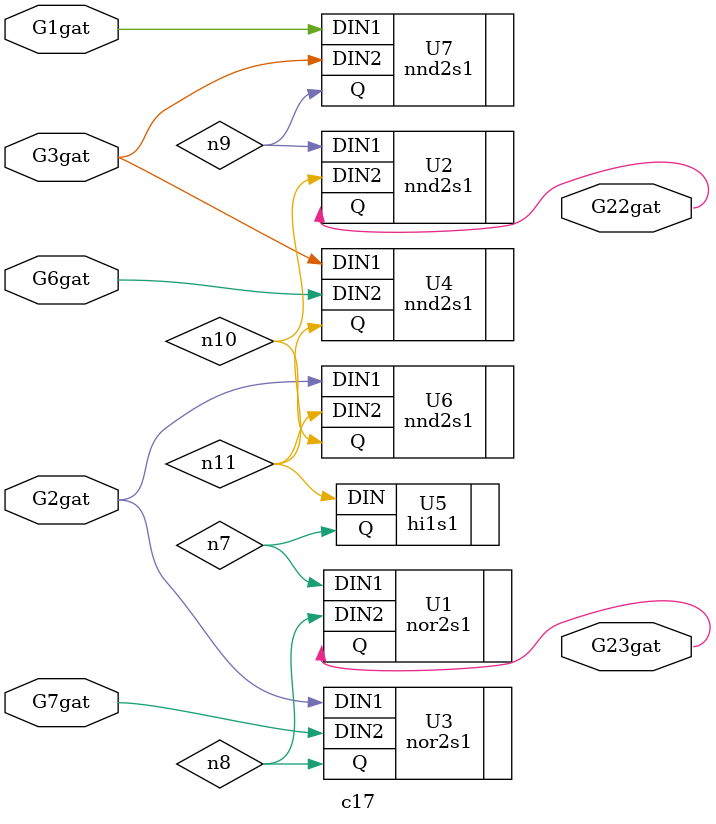
<source format=v>
module c17 ( G1gat, G2gat, G3gat, G6gat, G7gat, G22gat, G23gat );
input  G1gat, G2gat, G3gat, G6gat, G7gat;
output G22gat, G23gat;
    wire n7, n8, n9, n10, n11;
    nor2s1 U1 ( .Q(G23gat), .DIN1(n7), .DIN2(n8) );
    nnd2s1 U2 ( .Q(G22gat), .DIN1(n9), .DIN2(n10) );
    nor2s1 U3 ( .Q(n8), .DIN1(G2gat), .DIN2(G7gat) );
    nnd2s1 U4 ( .Q(n11), .DIN1(G3gat), .DIN2(G6gat) );
    hi1s1 U5 ( .Q(n7), .DIN(n11) );
    nnd2s1 U6 ( .Q(n10), .DIN1(G2gat), .DIN2(n11) );
    nnd2s1 U7 ( .Q(n9), .DIN1(G1gat), .DIN2(G3gat) );
endmodule

</source>
